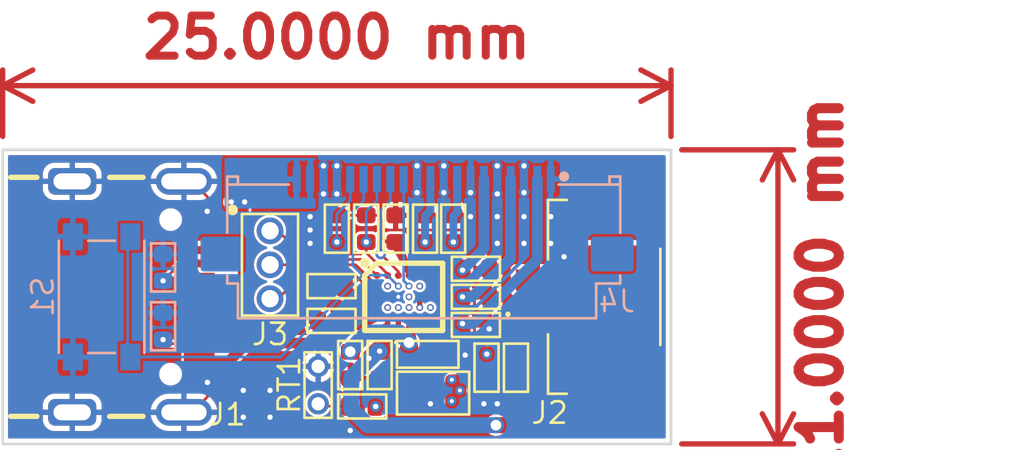
<source format=kicad_pcb>
(kicad_pcb (version 20221018) (generator pcbnew)
  (layers (0 "F.Cu" signal) (1 "In1.Cu" signal) (2 "In2.Cu" power) (31 "B.Cu" signal) (34 "B.Paste" user) (35 "F.Paste" user) (36 "B.SilkS" user "B.Silkscreen") (37 "F.SilkS" user "F.Silkscreen") (38 "B.Mask" user) (39 "F.Mask" user) (44 "Edge.Cuts" user))
  (net 0 "")
  (net 1 "GND")
  (net 4 "/CHGIN")
  (net 5 "/VL")
  (net 6 "/BST")
  (net 7 "/LXB")
  (net 8 "/BATT")
  (net 9 "/LXA")
  (net 10 "/V_SYS")
  (net 11 "/LDO1")
  (net 12 "/LDO0")
  (net 13 "/SSB1")
  (net 14 "/SSB0")
  (net 15 "/SSB2")
  (net 16 "/nRST")
  (net 17 "/VIO")
  (net 18 "/nIRQ")
  (net 19 "/THM")
  (net 20 "/TBIAS")
  (net 21 "/nEN")
  (net 22 "/GPIO1")
  (net 23 "/GPIO0")
  (net 24 "/AMUX")
  (net 25 "unconnected-(U1-GPIO2-PadC2)")
  (net 28 "/SDA")
  (net 29 "/SCL")
  (net 32 "Net-(J1-CC2)")
  (net 33 "Net-(J1-CC1)")
  (footprint "power:BGA30C40P6X5_279X234X50" (layer "F.Cu") (at 115 105)
    (fp_text reference "U1" hide)
    (fp_text value "MAX77654AENV+T" hide)
    (pad "A1" smd circle (at -1 -0.8) (size 0.26 0.26) (layers "F.Cu" "F.Paste" "F.Mask") (net 22 "/GPIO1") (clearance 0.1))
    (pad "A2" smd circle (at -0.6 -0.8) (size 0.26 0.26) (layers "F.Cu" "F.Paste" "F.Mask") (net 16 "/nRST") (clearance 0.1))
    (pad "A3" smd circle (at -0.2 -0.8) (size 0.26 0.26) (layers "F.Cu" "F.Paste" "F.Mask") (net 28 "/SDA") (clearance 0.1))
    (pad "A4" smd circle (at 0.2 -0.8) (size 0.26 0.26) (layers "F.Cu" "F.Paste" "F.Mask") (net 17 "/VIO") (clearance 0.1))
    (pad "A5" smd circle (at 0.6 -0.8) (size 0.26 0.26) (layers "F.Cu" "F.Paste" "F.Mask") (net 11 "/LDO1") (clearance 0.1))
    (pad "A6" smd circle (at 1 -0.8) (size 0.26 0.26) (layers "F.Cu" "F.Paste" "F.Mask") (net 14 "/SSB0") (clearance 0.1))
    (pad "B1" smd circle (at -1 -0.4) (size 0.26 0.26) (layers "F.Cu" "F.Paste" "F.Mask") (net 23 "/GPIO0") (clearance 0.1))
    (pad "B2" smd circle (at -0.6 -0.4) (size 0.26 0.26) (layers "F.Cu" "F.Paste" "F.Mask") (net 18 "/nIRQ") (clearance 0.1))
    (pad "B3" smd circle (at -0.2 -0.4) (size 0.26 0.26) (layers "F.Cu" "F.Paste" "F.Mask") (net 21 "/nEN") (clearance 0.1))
    (pad "B4" smd circle (at 0.2 -0.4) (size 0.26 0.26) (layers "F.Cu" "F.Paste" "F.Mask") (net 29 "/SCL") (clearance 0.1))
    (pad "B5" smd circle (at 0.6 -0.4) (size 0.26 0.26) (layers "F.Cu" "F.Paste" "F.Mask") (net 12 "/LDO0") (clearance 0.1))
    (pad "B6" smd circle (at 1 -0.4) (size 0.26 0.26) (layers "F.Cu" "F.Paste" "F.Mask") (net 14 "/SSB0") (clearance 0.1))
    (pad "C1" smd circle (at -1 0) (size 0.26 0.26) (layers "F.Cu" "F.Paste" "F.Mask") (net 24 "/AMUX") (clearance 0.1))
    (pad "C2" smd circle (at -0.6 0) (size 0.26 0.26) (layers "F.Cu" "F.Paste" "F.Mask") (net 25 "unconnected-(U1-GPIO2-PadC2)") (clearance 0.1))
    (pad "C3" smd circle (at -0.2 0) (size 0.26 0.26) (layers "F.Cu" "F.Paste" "F.Mask") (net 1 "GND") (clearance 0.1))
    (pad "C4" smd circle (at 0.2 0) (size 0.26 0.26) (layers "F.Cu" "F.Paste" "F.Mask") (net 13 "/SSB1") (clearance 0.1))
    (pad "C5" smd circle (at 0.6 0) (size 0.26 0.26) (layers "F.Cu" "F.Paste" "F.Mask") (net 7 "/LXB") (clearance 0.1))
    (pad "C6" smd circle (at 1 0) (size 0.26 0.26) (layers "F.Cu" "F.Paste" "F.Mask") (net 14 "/SSB0") (clearance 0.1))
    (pad "D1" smd circle (at -1 0.4) (size 0.26 0.26) (layers "F.Cu" "F.Paste" "F.Mask") (net 5 "/VL") (clearance 0.1))
    (pad "D2" smd circle (at -0.6 0.4) (size 0.26 0.26) (layers "F.Cu" "F.Paste" "F.Mask") (net 19 "/THM") (clearance 0.1))
    (pad "D3" smd circle (at -0.2 0.4) (size 0.26 0.26) (layers "F.Cu" "F.Paste" "F.Mask") (net 20 "/TBIAS") (clearance 0.1))
    (pad "D4" smd circle (at 0.2 0.4) (size 0.26 0.26) (layers "F.Cu" "F.Paste" "F.Mask") (net 15 "/SSB2") (clearance 0.1))
    (pad "D5" smd circle (at 0.6 0.4) (size 0.26 0.26) (layers "F.Cu" "F.Paste" "F.Mask") (net 7 "/LXB") (clearance 0.1))
    (pad "D6" smd circle (at 1 0.4) (size 0.26 0.26) (layers "F.Cu" "F.Paste" "F.Mask") (net 6 "/BST") (clearance 0.1))
    (pad "E1" smd circle (at -1 0.8) (size 0.26 0.26) (layers "F.Cu" "F.Paste" "F.Mask") (net 4 "/CHGIN") (clearance 0.1))
    (pad "E2" smd circle (at -0.6 0.8) (size 0.26 0.26) (layers "F.Cu" "F.Paste" "F.Mask") (net 10 "/V_SYS") (clearance 0.1))
    (pad "E3" smd circle (at -0.2 0.8) (size 0.26 0.26) (layers "F.Cu" "F.Paste" "F.Mask") (net 8 "/BATT") (clearance 0.1))
    (pad "E4" smd circle (at 0.2 0.8) (size 0.26 0.26) (layers "F.Cu" "F.Paste" "F.Mask") (net 10 "/V_SYS") (clearance 0.1))
    (pad "E5" smd circle (at 0.6 0.8) (size 0.26 0.26) (layers "F.Cu" "F.Paste" "F.Mask") (net 9 "/LXA") (clearance 0.1))
    (pad "E6" smd circle (at 1 0.8) (size 0.26 0.26) (layers "F.Cu" "F.Paste" "F.Mask") (net 1 "GND") (clearance 0.1))
  )
  (footprint "passive:C_0402" (layer "F.Cu") (at 119.2 107.65 -90)
    (fp_text reference "C10" hide)
    (fp_text value "22uF")
    (pad "1" smd roundrect (at -0.5 0 270) (size 0.6 0.7) (layers "F.Cu" "F.Paste" "F.Mask") (net 8 "/BATT"))
    (pad "2" smd roundrect (at 0.5 0 270) (size 0.6 0.7) (layers "F.Cu" "F.Paste" "F.Mask") (net 1 "GND"))
  )
  (footprint "passive:C_0603" (layer "F.Cu") (at 115.9 107.15)
    (fp_text reference "C4" hide)
    (fp_text value "22uF")
    (pad "1" smd roundrect (at -0.7 0) (size 0.7 0.8) (layers "F.Cu" "F.Paste" "F.Mask") (net 10 "/V_SYS"))
    (pad "2" smd roundrect (at 0.7 0) (size 0.7 0.8) (layers "F.Cu" "F.Paste" "F.Mask") (net 1 "GND"))
  )
  (footprint "passive:C_0402" (layer "F.Cu") (at 115.8 102.45 90)
    (fp_text reference "C7" hide)
    (fp_text value "1uF")
    (pad "1" smd roundrect (at -0.5 0 90) (size 0.6 0.7) (layers "F.Cu" "F.Paste" "F.Mask") (net 11 "/LDO1"))
    (pad "2" smd roundrect (at 0.5 0 90) (size 0.6 0.7) (layers "F.Cu" "F.Paste" "F.Mask") (net 1 "GND"))
  )
  (footprint "passive:C_0402" (layer "F.Cu") (at 117.7 106.05)
    (fp_text reference "C1" hide)
    (fp_text value "22uF")
    (pad "1" smd roundrect (at -0.5 0) (size 0.6 0.7) (layers "F.Cu" "F.Paste" "F.Mask") (net 15 "/SSB2"))
    (pad "2" smd roundrect (at 0.5 0) (size 0.6 0.7) (layers "F.Cu" "F.Paste" "F.Mask") (net 1 "GND"))
  )
  (footprint "passive:L_0806" (layer "F.Cu") (at 116.1 108.6 180)
    (fp_text reference "L1" hide)
    (fp_text value "DFE201612E-2R2M")
    (pad "1" smd roundrect (at 0.85 0 180) (size 0.8 1.4) (layers "F.Cu" "F.Paste" "F.Mask") (net 9 "/LXA"))
    (pad "2" smd roundrect (at -0.85 0 180) (size 0.8 1.4) (layers "F.Cu" "F.Paste" "F.Mask") (net 7 "/LXB"))
  )
  (footprint "passive:C_0402" (layer "F.Cu") (at 117.7 105)
    (fp_text reference "C2" hide)
    (fp_text value "22uF")
    (pad "1" smd roundrect (at -0.5 0) (size 0.6 0.7) (layers "F.Cu" "F.Paste" "F.Mask") (net 13 "/SSB1"))
    (pad "2" smd roundrect (at 0.5 0) (size 0.6 0.7) (layers "F.Cu" "F.Paste" "F.Mask") (net 1 "GND"))
  )
  (footprint "passive:C_0402" (layer "F.Cu") (at 116.85 102.45 90)
    (fp_text reference "C6" hide)
    (fp_text value "1uF")
    (pad "1" smd roundrect (at -0.5 0 90) (size 0.6 0.7) (layers "F.Cu" "F.Paste" "F.Mask") (net 12 "/LDO0"))
    (pad "2" smd roundrect (at 0.5 0 90) (size 0.6 0.7) (layers "F.Cu" "F.Paste" "F.Mask") (net 1 "GND"))
  )
  (footprint "connector:GCT_USB4105GFA060" (layer "F.Cu") (at 102.6 105 -90)
    (fp_text reference "J1" (at 4.4 -5.8) (layer "F.SilkS") (effects (font (size 0.8 0.8) (thickness 0.1))))
    (fp_text value "USB4105GFA060")
    (pad "" np_thru_hole circle (at -2.89 -3.68 270) (size 0.65 0.65) (drill 0.65) (layers "*.Cu" "*.Mask"))
    (pad "" np_thru_hole circle (at 2.89 -3.68 270) (size 0.65 0.65) (drill 0.65) (layers "*.Cu" "*.Mask"))
    (pad "A1_B12" smd rect (at -3.2 -4.755 270) (size 0.6 1.15) (layers "F.Cu" "F.Paste" "F.Mask") (net 1 "GND"))
    (pad "A4_B9" smd rect (at -2.4 -4.755 270) (size 0.6 1.15) (layers "F.Cu" "F.Paste" "F.Mask") (net 4 "/CHGIN"))
    (pad "A5" smd rect (at -1.25 -4.755 270) (size 0.3 1.15) (layers "F.Cu" "F.Paste" "F.Mask") (net 33 "Net-(J1-CC1)"))
    (pad "A6" smd rect (at -0.25 -4.755 270) (size 0.3 1.15) (layers "F.Cu" "F.Paste" "F.Mask"))
    (pad "A7" smd rect (at 0.25 -4.755 270) (size 0.3 1.15) (layers "F.Cu" "F.Paste" "F.Mask"))
    (pad "A8" smd rect (at 1.25 -4.755 270) (size 0.3 1.15) (layers "F.Cu" "F.Paste" "F.Mask"))
    (pad "B1_A12" smd rect (at 3.2 -4.755 270) (size 0.6 1.15) (layers "F.Cu" "F.Paste" "F.Mask") (net 1 "GND"))
    (pad "B4_A9" smd rect (at 2.4 -4.755 270) (size 0.6 1.15) (layers "F.Cu" "F.Paste" "F.Mask") (net 4 "/CHGIN"))
    (pad "B5" smd rect (at 1.75 -4.755 270) (size 0.3 1.15) (layers "F.Cu" "F.Paste" "F.Mask") (net 32 "Net-(J1-CC2)"))
    (pad "B6" smd rect (at 0.75 -4.755 270) (size 0.3 1.15) (layers "F.Cu" "F.Paste" "F.Mask"))
    (pad "B7" smd rect (at -0.75 -4.755 270) (size 0.3 1.15) (layers "F.Cu" "F.Paste" "F.Mask"))
    (pad "B8" smd rect (at -1.75 -4.755 270) (size 0.3 1.15) (layers "F.Cu" "F.Paste" "F.Mask"))
    (pad "SH1" thru_hole oval (at -4.32 -4.18 270) (size 1 2.1) (drill oval 0.6 1.7) (layers "*.Cu" "*.Mask") (net 1 "GND"))
    (pad "SH2" thru_hole oval (at 4.32 -4.18 270) (size 1 2.1) (drill oval 0.6 1.7) (layers "*.Cu" "*.Mask") (net 1 "GND"))
    (pad "SH3" thru_hole roundrect (at -4.32 0 270) (size 1 1.8) (drill oval 0.6 1.4) (layers "*.Cu" "*.Mask") (net 1 "GND"))
    (pad "SH4" thru_hole roundrect (at 4.32 0 270) (size 1 1.8) (drill oval 0.6 1.4) (layers "*.Cu" "*.Mask") (net 1 "GND"))
  )
  (footprint "passive:C_0402" (layer "F.Cu") (at 118.1 107.65 -90)
    (fp_text reference "C5" hide)
    (fp_text value "3300pF")
    (pad "1" smd roundrect (at -0.5 0 270) (size 0.6 0.7) (layers "F.Cu" "F.Paste" "F.Mask") (net 6 "/BST"))
    (pad "2" smd roundrect (at 0.5 0 270) (size 0.6 0.7) (layers "F.Cu" "F.Paste" "F.Mask") (net 7 "/LXB"))
  )
  (footprint "passive:R_0402" (layer "F.Cu") (at 113.6 102.45 90)
    (fp_text reference "R9" hide)
    (fp_text value "10K")
    (pad "1" smd roundrect (at -0.5 0 90) (size 0.6 0.7) (layers "F.Cu" "F.Paste" "F.Mask") (net 16 "/nRST"))
    (pad "2" smd roundrect (at 0.5 0 90) (size 0.6 0.7) (layers "F.Cu" "F.Paste" "F.Mask") (net 17 "/VIO"))
  )
  (footprint "connector:53261-0271" (layer "F.Cu") (at 122.3 105 -90)
    (fp_text reference "J2" (at 4.34 1.84 -180) (layer "F.SilkS") (effects (font (size 0.8 0.8) (thickness 0.1))))
    (fp_text value "53261-0271")
    (pad "1" smd rect (at 0.625 2.3 270) (size 0.8 1.6) (layers "F.Cu" "F.Paste" "F.Mask") (net 8 "/BATT"))
    (pad "2" smd rect (at -0.625 2.3 270) (size 0.8 1.6) (layers "F.Cu" "F.Paste" "F.Mask") (net 1 "GND"))
    (pad "MP1" smd rect (at 3.175 -0.6 270) (size 2.1 3) (layers "F.Cu" "F.Paste" "F.Mask") (net 1 "GND"))
    (pad "MP2" smd rect (at -3.175 -0.6 270) (size 2.1 3) (layers "F.Cu" "F.Paste" "F.Mask") (net 1 "GND"))
  )
  (footprint "connector:Header_THT_1.27_3P" (layer "F.Cu") (at 110 103.8 -90)
    (fp_text reference "J3" (at 2.6 0 unlocked) (layer "F.SilkS") (effects (font (size 0.8 0.8) (thickness 0.1))))
    (fp_text value "~" hide)
    (pad "1" thru_hole circle (at -1.27 0 270) (size 1 1) (drill 0.65) (layers "*.Cu" "*.Mask") (net 22 "/GPIO1"))
    (pad "2" thru_hole circle (at 0 0 270) (size 1 1) (drill 0.65) (layers "*.Cu" "*.Mask") (net 23 "/GPIO0"))
    (pad "3" thru_hole circle (at 1.27 0 270) (size 1 1) (drill 0.65) (layers "*.Cu" "*.Mask") (net 24 "/AMUX"))
  )
  (footprint "passive:C_0402" (layer "F.Cu") (at 112.3 105.9)
    (fp_text reference "C12" hide)
    (fp_text value "4.7uF")
    (pad "1" smd roundrect (at -0.5 0) (size 0.6 0.7) (layers "F.Cu" "F.Paste" "F.Mask") (net 1 "GND"))
    (pad "2" smd roundrect (at 0.5 0) (size 0.6 0.7) (layers "F.Cu" "F.Paste" "F.Mask") (net 4 "/CHGIN"))
  )
  (footprint "passive:R_0402" (layer "F.Cu") (at 113.45 109.1)
    (fp_text reference "R8" hide)
    (fp_text value "10K")
    (pad "1" smd roundrect (at -0.5 0) (size 0.6 0.7) (layers "F.Cu" "F.Paste" "F.Mask") (net 19 "/THM"))
    (pad "2" smd roundrect (at 0.5 0) (size 0.6 0.7) (layers "F.Cu" "F.Paste" "F.Mask") (net 20 "/TBIAS"))
  )
  (footprint "passive:C_0402" (layer "F.Cu") (at 114.7 102.45 90)
    (fp_text reference "C14" hide)
    (fp_text value "1uF")
    (pad "1" smd roundrect (at -0.5 0 90) (size 0.6 0.7) (layers "F.Cu" "F.Paste" "F.Mask") (net 17 "/VIO"))
    (pad "2" smd roundrect (at 0.5 0 90) (size 0.6 0.7) (layers "F.Cu" "F.Paste" "F.Mask") (net 1 "GND"))
  )
  (footprint "passive:C_0402" (layer "F.Cu") (at 117.7 103.95)
    (fp_text reference "C3" hide)
    (fp_text value "22uF")
    (pad "1" smd roundrect (at -0.5 0) (size 0.6 0.7) (layers "F.Cu" "F.Paste" "F.Mask") (net 14 "/SSB0"))
    (pad "2" smd roundrect (at 0.5 0) (size 0.6 0.7) (layers "F.Cu" "F.Paste" "F.Mask") (net 1 "GND"))
  )
  (footprint "passive:C_0402" (layer "F.Cu") (at 114.1 107.55 90)
    (fp_text reference "C9" hide)
    (fp_text value "4.7uF")
    (pad "1" smd roundrect (at -0.5 0 90) (size 0.6 0.7) (layers "F.Cu" "F.Paste" "F.Mask") (net 1 "GND"))
    (pad "2" smd roundrect (at 0.5 0 90) (size 0.6 0.7) (layers "F.Cu" "F.Paste" "F.Mask") (net 8 "/BATT"))
  )
  (footprint "passive:C_0402" (layer "F.Cu") (at 113 107.55 -90)
    (fp_text reference "C15" hide)
    (fp_text value "22uF")
    (pad "1" smd roundrect (at -0.5 0 270) (size 0.6 0.7) (layers "F.Cu" "F.Paste" "F.Mask") (net 10 "/V_SYS"))
    (pad "2" smd roundrect (at 0.5 0 270) (size 0.6 0.7) (layers "F.Cu" "F.Paste" "F.Mask") (net 1 "GND"))
  )
  (footprint "passive:C_0402" (layer "F.Cu") (at 112.3 104.6 180)
    (fp_text reference "C13" hide)
    (fp_text value "1uF")
    (pad "1" smd roundrect (at -0.5 0 180) (size 0.6 0.7) (layers "F.Cu" "F.Paste" "F.Mask") (net 5 "/VL"))
    (pad "2" smd roundrect (at 0.5 0 180) (size 0.6 0.7) (layers "F.Cu" "F.Paste" "F.Mask") (net 1 "GND"))
  )
  (footprint "passive:R_0402" (layer "F.Cu") (at 112.5 102.45 -90)
    (fp_text reference "R10" hide)
    (fp_text value "100K")
    (pad "1" smd roundrect (at -0.5 0 270) (size 0.6 0.7) (layers "F.Cu" "F.Paste" "F.Mask") (net 17 "/VIO"))
    (pad "2" smd roundrect (at 0.5 0 270) (size 0.6 0.7) (layers "F.Cu" "F.Paste" "F.Mask") (net 18 "/nIRQ"))
  )
  (footprint "passive:THT2" (layer "F.Cu") (at 111.8 108.3 90)
    (fp_text reference "RT1" (at 0 -1.08 90 unlocked) (layer "F.SilkS") (effects (font (size 0.8 0.8) (thickness 0.1))))
    (fp_text value "NTCLE413E2103H400")
    (pad "1" thru_hole circle (at -0.7 0 90) (size 0.8 0.8) (drill 0.5) (layers "*.Cu" "*.Mask") (net 19 "/THM"))
    (pad "2" thru_hole circle (at 0.7 0 90) (size 0.8 0.8) (drill 0.5) (layers "*.Cu" "*.Mask") (net 1 "GND"))
  )
  (footprint "connector:Connector_20PIN_5052782033" (layer "B.Cu") (at 115.5 103.1 180)
    (fp_text reference "J4" (at -7.47 -2.07 unlocked) (layer "B.SilkS") (effects (font (size 0.8 0.8) (thickness 0.1)) (justify mirror)))
    (fp_text value "~")
    (pad "1" smd roundrect (at -5 2.5 180) (size 0.3 1) (layers "B.Cu" "B.Paste" "B.Mask") (roundrect_rratio 0.1) (net 1 "GND"))
    (pad "2" smd roundrect (at -4.5 2.5 180) (size 0.3 1) (layers "B.Cu" "B.Paste" "B.Mask") (roundrect_rratio 0.1) (net 15 "/SSB2"))
    (pad "3" smd roundrect (at -4 2.5 180) (size 0.3 1) (layers "B.Cu" "B.Paste" "B.Mask") (roundrect_rratio 0.1) (net 1 "GND"))
    (pad "4" smd roundrect (at -3.5 2.5 180) (size 0.3 1) (layers "B.Cu" "B.Paste" "B.Mask") (roundrect_rratio 0.1) (net 13 "/SSB1"))
    (pad "5" smd roundrect (at -3 2.5 180) (size 0.3 1) (layers "B.Cu" "B.Paste" "B.Mask") (roundrect_rratio 0.1) (net 1 "GND"))
    (pad "6" smd roundrect (at -2.5 2.5 180) (size 0.3 1) (layers "B.Cu" "B.Paste" "B.Mask") (roundrect_rratio 0.1) (net 14 "/SSB0"))
    (pad "7" smd roundrect (at -2 2.5 180) (size 0.3 1) (layers "B.Cu" "B.Paste" "B.Mask") (roundrect_rratio 0.1) (net 1 "GND"))
    (pad "8" smd roundrect (at -1.5 2.5 180) (size 0.3 1) (layers "B.Cu" "B.Paste" "B.Mask") (roundrect_rratio 0.1) (net 12 "/LDO0"))
    (pad "9" smd roundrect (at -1 2.5 180) (size 0.3 1) (layers "B.Cu" "B.Paste" "B.Mask") (roundrect_rratio 0.1) (net 1 "GND"))
    (pad "10" smd roundrect (at -0.5 2.5 180) (size 0.3 1) (layers "B.Cu" "B.Paste" "B.Mask") (roundrect_rratio 0.1) (net 11 "/LDO1"))
    (pad "11" smd roundrect (at 0 2.5 180) (size 0.3 1) (layers "B.Cu" "B.Paste" "B.Mask") (roundrect_rratio 0.1) (net 1 "GND"))
    (pad "12" smd roundrect (at 0.5 2.5 180) (size 0.3 1) (layers "B.Cu" "B.Paste" "B.Mask") (roundrect_rratio 0.1) (net 29 "/SCL"))
    (pad "13" smd roundrect (at 1 2.5 180) (size 0.3 1) (layers "B.Cu" "B.Paste" "B.Mask") (roundrect_rratio 0.1) (net 28 "/SDA"))
    (pad "14" smd roundrect (at 1.5 2.5 180) (size 0.3 1) (layers "B.Cu" "B.Paste" "B.Mask") (roundrect_rratio 0.1) (net 16 "/nRST"))
    (pad "15" smd roundrect (at 2 2.5 180) (size 0.3 1) (layers "B.Cu" "B.Paste" "B.Mask") (roundrect_rratio 0.1) (net 21 "/nEN"))
    (pad "16" smd roundrect (at 2.5 2.5 180) (size 0.3 1) (layers "B.Cu" "B.Paste" "B.Mask") (roundrect_rratio 0.1) (net 18 "/nIRQ"))
    (pad "17" smd roundrect (at 3 2.5 180) (size 0.3 1) (layers "B.Cu" "B.Paste" "B.Mask") (roundrect_rratio 0.1) (net 1 "GND"))
    (pad "18" smd roundrect (at 3.5 2.5 180) (size 0.3 1) (layers "B.Cu" "B.Paste" "B.Mask") (roundrect_rratio 0.1) (net 1 "GND"))
    (pad "19" smd roundrect (at 4 2.5 180) (size 0.3 1) (layers "B.Cu" "B.Paste" "B.Mask") (roundrect_rratio 0.1) (net 4 "/CHGIN"))
    (pad "20" smd roundrect (at 4.5 2.5 180) (size 0.3 1) (layers "B.Cu" "B.Paste" "B.Mask") (roundrect_rratio 0.1) (net 4 "/CHGIN"))
    (pad "21" smd roundrect (at -7.3 -0.3 180) (size 1.6 1.3) (layers "B.Cu" "B.Paste" "B.Mask") (roundrect_rratio 0.1))
    (pad "22" smd roundrect (at 7.3 -0.3 180) (size 1.6 1.3) (layers "B.Cu" "B.Paste" "B.Mask") (roundrect_rratio 0.1))
  )
  (footprint "passive:R_0402" (layer "B.Cu") (at 106 106.1 -90)
    (fp_text reference "R4" hide)
    (fp_text value "5K")
    (pad "1" smd roundrect (at -0.5 0 270) (size 0.6 0.7) (layers "B.Cu" "B.Paste" "B.Mask") (net 1 "GND"))
    (pad "2" smd roundrect (at 0.5 0 270) (size 0.6 0.7) (layers "B.Cu" "B.Paste" "B.Mask") (net 32 "Net-(J1-CC2)"))
  )
  (footprint "connector:TL3365AF180QG" (layer "B.Cu") (at 103.7 105 90)
    (fp_text reference "S1" (at 0 -2.2 270) (layer "B.SilkS") (effects (font (size 0.8 0.8) (thickness 0.1)) (justify mirror)))
    (fp_text value "TL3365AF180QG")
    (pad "1" smd rect (at -2.25 -1.075) (size 0.75 1) (layers "B.Cu" "B.Paste" "B.Mask") (net 1 "GND"))
    (pad "2" smd rect (at 2.25 -1.075) (size 0.75 1) (layers "B.Cu" "B.Paste" "B.Mask") (net 1 "GND"))
    (pad "3" smd rect (at 2.25 1.075) (size 0.75 1) (layers "B.Cu" "B.Paste" "B.Mask") (net 21 "/nEN"))
    (pad "4" smd rect (at -2.25 1.075) (size 0.75 1) (layers "B.Cu" "B.Paste" "B.Mask") (net 21 "/nEN"))
  )
  (footprint "passive:R_0402" (layer "B.Cu") (at 106 103.9 -90)
    (fp_text reference "R5" hide)
    (fp_text value "5K")
    (pad "1" smd roundrect (at -0.5 0 270) (size 0.6 0.7) (layers "B.Cu" "B.Paste" "B.Mask") (net 1 "GND"))
    (pad "2" smd roundrect (at 0.5 0 270) (size 0.6 0.7) (layers "B.Cu" "B.Paste" "B.Mask") (net 33 "Net-(J1-CC1)"))
  )
  (gr_rect (start 100 99.5) (end 125 110.5) (stroke (width 0.1)) (fill none) (layer "Edge.Cuts"))
  (dimension (type aligned) (layer "F.Cu") (pts (xy 100 99.5) (xy 125 99.5)) (height -2.4) (gr_text "25.0000 mm" (at 112.5 95.3) (layer "F.Cu") (effects (font (size 1.5 1.5) (thickness 0.3)))) (format (prefix "") (suffix "") (units 3) (units_format 1) (precision 4)) (style (thickness 0.2) (arrow_length 1.27) (text_position_mode 0) (extension_height 0.58642) (extension_offset 0.5) keep_text_aligned))
  (dimension (type aligned) (layer "F.Cu") (pts (xy 124.9 110.5) (xy 124.9 99.5)) (height 4.1) (gr_text "11.0000 mm" (at 130.6 104.8 90) (layer "F.Cu") (effects (font (size 1.5 1.5) (thickness 0.7)))) (format (prefix "") (suffix "") (units 3) (units_format 1) (precision 4)) (style (thickness 0.2) (arrow_length 1.27) (text_position_mode 2) (extension_height 0.58642) (extension_offset 0.5) keep_text_aligned))
  (segment (start 107.65 101.8) (end 107.655 101.255) (width 0.1) (layer "F.Cu") (net 1))
  (segment (start 107.655 108.745) (end 107.08 109.32) (width 0.1) (layer "F.Cu") (net 1))
  (segment (start 107.655 101.255) (end 107.08 100.68) (width 0.1) (layer "F.Cu") (net 1))
  (segment (start 107.66 108.2) (end 107.655 108.745) (width 0.1) (layer "F.Cu") (net 1))
  (segment (start 114.8 105.005) (end 114.8 105) (width 0.2) (layer "F.Cu") (net 1))
  (segment (start 107.655 108.2) (end 107.66 108.2) (width 0.1) (layer "F.Cu") (net 1))
  (segment (start 107.655 101.8) (end 107.65 101.8) (width 0.1) (layer "F.Cu") (net 1))
  (via (at 111.5 103) (size 0.4) (drill 0.2) (layers "F.Cu" "B.Cu") (net 1))
  (via (at 109 109.5) (size 0.4) (drill 0.2) (layers "F.Cu" "B.Cu") (net 1))
  (via (at 118.2 106.2) (size 0.4) (drill 0.2) (layers "F.Cu" "B.Cu") (net 1))
  (via (at 112 101.15) (size 0.4) (drill 0.2) (layers "F.Cu" "B.Cu") (net 1))
  (via (at 116 109) (size 0.4) (drill 0.2) (layers "F.Cu" "B.Cu") (net 1))
  (via (at 111.5 102) (size 0.4) (drill 0.2) (layers "F.Cu" "B.Cu") (net 1))
  (via (at 118.5 103) (size 0.4) (drill 0.2) (layers "F.Cu" "B.Cu") (net 1))
  (via (at 120.5 102) (size 0.4) (drill 0.2) (layers "F.Cu" "B.Cu") (net 1))
  (via (at 118 109) (size 0.4) (drill 0.2) (layers "F.Cu" "B.Cu") (net 1))
  (via (at 112.5 101.15) (size 0.4) (drill 0.2) (layers "F.Cu" "B.Cu") (net 1))
  (via (at 117.5 101.1) (size 0.4) (drill 0.2) (layers "F.Cu" "B.Cu") (net 1))
  (via (at 118.5 101.15) (size 0.4) (drill 0.2) (layers "F.Cu" "B.Cu") (net 1))
  (via (at 111.5 102.5) (size 0.4) (drill 0.2) (layers "F.Cu" "B.Cu") (net 1))
  (via (at 118.5 109) (size 0.4) (drill 0.2) (layers "F.Cu" "B.Cu") (net 1))
  (via (at 120.5 103) (size 0.4) (drill 0.2) (layers "F.Cu" "B.Cu") (net 1))
  (via (at 109 108.5) (size 0.4) (drill 0.2) (layers "F.Cu" "B.Cu") (net 1))
  (via (at 107.66 108.2) (size 0.4) (drill 0.2) (layers "F.Cu" "B.Cu") (net 1))
  (via (at 107.65 101.8) (size 0.4) (drill 0.2) (layers "F.Cu" "B.Cu") (net 1))
  (via (at 119.5 102) (size 0.4) (drill 0.2) (layers "F.Cu" "B.Cu") (net 1))
  (via (at 118.5 102) (size 0.4) (drill 0.2) (layers "F.Cu" "B.Cu") (net 1))
  (via (at 116.5 100.1) (size 0.4) (drill 0.2) (layers "F.Cu" "B.Cu") (net 1))
  (via (at 112 100.1) (size 0.4) (drill 0.2) (layers "F.Cu" "B.Cu") (net 1))
  (via (at 121 103.5) (size 0.4) (drill 0.2) (layers "F.Cu" "B.Cu") (net 1))
  (via (at 115.5 101.1) (size 0.4) (drill 0.2) (layers "F.Cu" "B.Cu") (net 1))
  (via (at 117.5 102) (size 0.4) (drill 0.2) (layers "F.Cu" "B.Cu") (net 1))
  (via (at 110 109.5) (size 0.4) (drill 0.2) (layers "F.Cu" "B.Cu") (net 1))
  (via (at 113 110) (size 0.4) (drill 0.2) (layers "F.Cu" "B.Cu") (net 1))
  (via (at 115.5 100.1) (size 0.4) (drill 0.2) (layers "F.Cu" "B.Cu") (net 1))
  (via (at 119.5 101.1) (size 0.4) (drill 0.2) (layers "F.Cu" "B.Cu") (net 1))
  (via (at 112.5 100.1) (size 0.4) (drill 0.2) (layers "F.Cu" "B.Cu") (net 1))
  (via (at 118.5 100.1) (size 0.4) (drill 0.2) (layers "F.Cu" "B.Cu") (net 1))
  (via (at 114.8 105) (size 0.25) (drill 0.15) (layers "F.Cu" "B.Cu") (net 1))
  (via (at 116.5 101.1) (size 0.4) (drill 0.2) (layers "F.Cu" "B.Cu") (net 1))
  (via (at 119.5 103) (size 0.4) (drill 0.2) (layers "F.Cu" "B.Cu") (net 1))
  (via (at 110 108.5) (size 0.4) (drill 0.2) (layers "F.Cu" "B.Cu") (net 1))
  (via (at 119.5 100.1) (size 0.4) (drill 0.2) (layers "F.Cu" "B.Cu") (net 1))
  (via (at 117.3 107.18) (size 0.4) (drill 0.2) (layers "F.Cu" "B.Cu") (net 1))
  (segment (start 112.8 106.21) (end 112.28 106.73) (width 0.4) (layer "F.Cu") (net 4))
  (segment (start 109 102.8) (end 108.8 102.6) (width 0.4) (layer "F.Cu") (net 4))
  (segment (start 109.05 101.45) (end 109 101.5) (width 0.4) (layer "F.Cu") (net 4))
  (segment (start 108.8 101.7) (end 108.8 102.6) (width 0.4) (layer "F.Cu") (net 4))
  (segment (start 108.47 107.4) (end 109 106.87) (width 0.4) (layer "F.Cu") (net 4))
  (segment (start 109.785 106.73) (end 109 105.945) (width 0.4) (layer "F.Cu") (net 4))
  (segment (start 108.55 101.45) (end 108.8 101.7) (width 0.4) (layer "F.Cu") (net 4))
  (segment (start 109 101.5) (end 109 102.8) (width 0.4) (layer "F.Cu") (net 4))
  (segment (start 109 105.945) (end 109 102.8) (width 0.4) (layer "F.Cu") (net 4))
  (segment (start 107.655 107.4) (end 108.47 107.4) (width 0.4) (layer "F.Cu") (net 4))
  (segment (start 108.8 102.6) (end 107.655 102.6) (width 0.4) (layer "F.Cu") (net 4))
  (segment (start 112.8 105.9) (end 112.8 106.21) (width 0.4) (layer "F.Cu") (net 4))
  (segment (start 112.28 106.73) (end 109.785 106.73) (width 0.4) (layer "F.Cu") (net 4))
  (segment (start 109 106.87) (end 109 105.945) (width 0.4) (layer "F.Cu") (net 4))
  (via (at 109.05 101.45) (size 0.4) (drill 0.2) (layers "F.Cu" "B.Cu") (net 4))
  (via (at 108.55 101.45) (size 0.4) (drill 0.2) (layers "F.Cu" "B.Cu") (net 4))
  (segment (start 114 105.4) (end 113.66 105.4) (width 0.2) (layer "F.Cu") (net 5))
  (segment (start 113.66 105.4) (end 113.45 105.19) (width 0.2) (layer "F.Cu") (net 5))
  (via (at 116 105.4) (size 0.25) (drill 0.15) (layers "F.Cu" "B.Cu") (net 6))
  (via (at 118.11 107.14) (size 0.4) (drill 0.2) (layers "F.Cu" "B.Cu") (net 6))
  (segment (start 116.8 108.1) (end 117.1 108.5) (width 0.2) (layer "F.Cu") (net 7))
  (segment (start 115.6 105) (end 115.599503 105) (width 0.2) (layer "F.Cu") (net 7))
  (segment (start 118.1 108.1) (end 116.95 108.1) (width 0.2) (layer "F.Cu") (net 7))
  (segment (start 117.1 108.5) (end 116.95 108.5) (width 0.2) (layer "F.Cu") (net 7))
  (segment (start 115.6 105) (end 115.6 105.4) (width 0.2) (layer "F.Cu") (net 7))
  (segment (start 116.95 108.1) (end 116.8 108.1) (width 0.2) (layer "F.Cu") (net 7))
  (via (at 117.1 108.5) (size 0.35) (drill 0.15) (layers "F.Cu" "B.Cu") (net 7))
  (via (at 116.8 108.1) (size 0.35) (drill 0.15) (layers "F.Cu" "B.Cu") (net 7))
  (via (at 116.8 108.9) (size 0.35) (drill 0.15) (layers "F.Cu" "B.Cu") (net 7))
  (via (at 115.6 105.4) (size 0.25) (drill 0.15) (layers "F.Cu" "B.Cu") (net 7))
  (segment (start 119.95 107.1) (end 119.95 108.85) (width 0.6) (layer "F.Cu") (net 8))
  (segment (start 113.75 107.25) (end 113.75 107.3) (width 0.6) (layer "F.Cu") (net 8))
  (segment (start 119.6 106.75) (end 119.2 107.15) (width 0.6) (layer "F.Cu") (net 8))
  (segment (start 119.85 108.95) (end 119 109.8) (width 0.6) (layer "F.Cu") (net 8))
  (segment (start 114.1 107.03) (end 114.12 107.03) (width 0.6) (layer "F.Cu") (net 8))
  (segment (start 114.8 105.8) (end 114.8 106.06) (width 0.2) (layer "F.Cu") (net 8))
  (segment (start 119 109.8) (end 118.45 109.8) (width 0.6) (layer "F.Cu") (net 8))
  (segment (start 114.12 107.03) (end 114.1 107.05) (width 0.6) (layer "F.Cu") (net 8))
  (segment (start 114.1 107.03) (end 113.97 107.03) (width 0.6) (layer "F.Cu") (net 8))
  (segment (start 119.6 106.75) (end 119.95 107.1) (width 0.6) (layer "F.Cu") (net 8))
  (segment (start 119.95 108.85) (end 119.85 108.95) (width 0.6) (layer "F.Cu") (net 8))
  (segment (start 113.97 107.03) (end 113.75 107.25) (width 0.6) (layer "F.Cu") (net 8))
  (segment (start 114.1 107.05) (end 114.1 107.03) (width 0.6) (layer "F.Cu") (net 8))
  (segment (start 119.6 105.625) (end 119.6 106.75) (width 0.6) (layer "F.Cu") (net 8))
  (via (at 118.45 109.8) (size 0.6) (drill 0.4) (layers "F.Cu" "B.Cu") (net 8))
  (via (at 113.7 107.3) (size 0.4) (drill 0.2) (layers "F.Cu" "B.Cu") (net 8))
  (via (at 114.1 107.03) (size 0.4) (drill 0.2) (layers "F.Cu" "B.Cu") (net 8))
  (segment (start 113.04 109.19) (end 113.65 109.8) (width 0.6) (layer "B.Cu") (net 8))
  (segment (start 113.04 108.02) (end 113.04 109.19) (width 0.6) (layer "B.Cu") (net 8))
  (segment (start 113.65 109.8) (end 117 109.8) (width 0.6) (layer "B.Cu") (net 8))
  (segment (start 117 109.8) (end 118.45 109.8) (width 0.6) (layer "B.Cu") (net 8))
  (segment (start 114.1 107.03) (end 114.03 107.03) (width 0.6) (layer "B.Cu") (net 8))
  (segment (start 114.03 107.03) (end 113.77 107.29) (width 0.6) (layer "B.Cu") (net 8))
  (segment (start 113.77 107.29) (end 113.04 108.02) (width 0.6) (layer "B.Cu") (net 8))
  (segment (start 115.6 105.8) (end 115.68 105.88) (width 0.2) (layer "F.Cu") (net 9))
  (segment (start 115.2 106.3195) (end 115.2 106.12) (width 0.2) (layer "F.Cu") (net 10))
  (segment (start 115.2 106.71) (end 115.2 106.3195) (width 0.2) (layer "F.Cu") (net 10))
  (segment (start 115.2 106.71) (end 115.2 107.15) (width 0.2) (layer "F.Cu") (net 10))
  (segment (start 114.4 106.02) (end 114.4 105.8) (width 0.2) (layer "F.Cu") (net 10))
  (segment (start 115.2 105.8) (end 115.2 106.3195) (width 0.2) (layer "F.Cu") (net 10))
  (via (at 115.2 106.71) (size 0.6) (drill 0.4) (layers "F.Cu" "B.Cu") (net 10))
  (via (at 113 107.05) (size 0.6) (drill 0.4) (layers "F.Cu" "B.Cu") (net 10))
  (segment (start 113 107.05) (end 113 106.99) (width 0.6) (layer "B.Cu") (net 10))
  (segment (start 114.82 106.33) (end 115.2 106.71) (width 0.6) (layer "B.Cu") (net 10))
  (segment (start 113 106.99) (end 113.66 106.33) (width 0.6) (layer "B.Cu") (net 10))
  (segment (start 113.66 106.33) (end 114.82 106.33) (width 0.6) (layer "B.Cu") (net 10))
  (via (at 115.8 102.95) (size 0.4) (drill 0.2) (layers "F.Cu" "B.Cu") (net 11))
  (segment (start 115.8 101.97) (end 115.8 102.95) (width 0.3) (layer "B.Cu") (net 11))
  (segment (start 115.8 101.97) (end 116 101.77) (width 0.3) (layer "B.Cu") (net 11))
  (segment (start 116 101.77) (end 116 100.6) (width 0.3) (layer "B.Cu") (net 11))
  (via (at 116.86 102.95) (size 0.4) (drill 0.2) (layers "F.Cu" "B.Cu") (net 12))
  (via (at 115.6 104.6) (size 0.25) (drill 0.15) (layers "F.Cu" "B.Cu") (net 12))
  (segment (start 116.86 101.98) (end 117 101.84) (width 0.3) (layer "B.Cu") (net 12))
  (segment (start 116.86 102.95) (end 116.86 101.98) (width 0.3) (layer "B.Cu") (net 12))
  (segment (start 117 101.84) (end 117 100.6) (width 0.3) (layer "B.Cu") (net 12))
  (via (at 117.2 105) (size 0.4) (drill 0.2) (layers "F.Cu" "B.Cu") (net 13))
  (via (at 115.2 105) (size 0.25) (drill 0.15) (layers "F.Cu" "B.Cu") (net 13))
  (segment (start 117.2 105) (end 117.56 105) (width 0.4) (layer "B.Cu") (net 13))
  (segment (start 117.56 105) (end 119 103.56) (width 0.4) (layer "B.Cu") (net 13))
  (segment (start 119 103.56) (end 119 100.6) (width 0.4) (layer "B.Cu") (net 13))
  (segment (start 117.2 104) (end 117 104) (width 0.2) (layer "F.Cu") (net 14))
  (via (at 117.2 104) (size 0.4) (drill 0.2) (layers "F.Cu" "B.Cu") (net 14))
  (segment (start 118 103.2) (end 118 100.6) (width 0.4) (layer "B.Cu") (net 14))
  (segment (start 117.2 104) (end 118 103.2) (width 0.4) (layer "B.Cu") (net 14))
  (via (at 115.2 105.4) (size 0.25) (drill 0.15) (layers "F.Cu" "B.Cu") (net 15))
  (via (at 117.2 106) (size 0.4) (drill 0.2) (layers "F.Cu" "B.Cu") (net 15))
  (segment (start 120 103.6) (end 120 100.6) (width 0.4) (layer "B.Cu") (net 15))
  (segment (start 117.6 106) (end 120 103.6) (width 0.4) (layer "B.Cu") (net 15))
  (segment (start 117.2 106) (end 117.6 106) (width 0.4) (layer "B.Cu") (net 15))
  (segment (start 114.4 104.2) (end 114.4 104.15) (width 0.1) (layer "F.Cu") (net 16))
  (segment (start 114.4 104.15) (end 113.6 103.35) (width 0.1) (layer "F.Cu") (net 16))
  (segment (start 113.6 103.35) (end 113.6 102.95) (width 0.1) (layer "F.Cu") (net 16))
  (via (at 113.6 102.95) (size 0.4) (drill 0.2) (layers "F.Cu" "B.Cu") (net 16))
  (segment (start 113.5 102.85) (end 113.6 102.95) (width 0.1) (layer "B.Cu") (net 16))
  (segment (start 114 101.4) (end 113.6 101.8) (width 0.1) (layer "B.Cu") (net 16))
  (segment (start 114 100.6) (end 114 101.4) (width 0.1) (layer "B.Cu") (net 16))
  (segment (start 113.6 101.8) (end 113.6 102.95) (width 0.1) (layer "B.Cu") (net 16))
  (segment (start 114 101.95) (end 113.6 101.95) (width 0.1) (layer "F.Cu") (net 17))
  (segment (start 114.7 102.95) (end 114.35 102.95) (width 0.1) (layer "F.Cu") (net 17))
  (segment (start 114.15 102.1) (end 114 101.95) (width 0.1) (layer "F.Cu") (net 17))
  (segment (start 113.6 101.95) (end 112.5 101.95) (width 0.1) (layer "F.Cu") (net 17))
  (segment (start 114.35 102.95) (end 114.15 102.75) (width 0.1) (layer "F.Cu") (net 17))
  (segment (start 114.15 102.75) (end 114.15 102.1) (width 0.1) (layer "F.Cu") (net 17))
  (segment (start 114.4 104.6) (end 114.4 104.59) (width 0.1) (layer "F.Cu") (net 18))
  (via (at 114.4 104.6) (size 0.25) (drill 0.15) (layers "F.Cu" "B.Cu") (net 18))
  (via (at 112.5 102.95) (size 0.4) (drill 0.2) (layers "F.Cu" "B.Cu") (net 18))
  (segment (start 112.5 102.95) (end 112.5 101.9) (width 0.1) (layer "B.Cu") (net 18))
  (segment (start 112.5 101.9) (end 113 101.4) (width 0.1) (layer "B.Cu") (net 18))
  (segment (start 113 101.4) (end 113 100.6) (width 0.1) (layer "B.Cu") (net 18))
  (segment (start 111.89 109.09) (end 111.8 109) (width 0.1) (layer "F.Cu") (net 19))
  (segment (start 112.94 109.09) (end 111.89 109.09) (width 0.1) (layer "F.Cu") (net 19))
  (via (at 114.4 105.4) (size 0.25) (drill 0.15) (layers "F.Cu" "B.Cu") (net 19))
  (segment (start 114.8 105.4) (end 114.8 105.399503) (width 0.1) (layer "F.Cu") (net 20))
  (via (at 114.8 105.4) (size 0.25) (drill 0.15) (layers "F.Cu" "B.Cu") (net 20))
  (via (at 113.95 109.1) (size 0.4) (drill 0.2) (layers "F.Cu" "B.Cu") (net 20))
  (via (at 114.8 104.6) (size 0.25) (drill 0.15) (layers "F.Cu" "B.Cu") (net 21))
  (segment (start 113.46 104.19) (end 114.39 104.19) (width 0.1) (layer "B.Cu") (net 21))
  (segment (start 113.5 101.4) (end 113.1 101.8) (width 0.1) (layer "B.Cu") (net 21))
  (segment (start 114.39 104.19) (end 114.8 104.6) (width 0.1) (layer "B.Cu") (net 21))
  (segment (start 104.675 102.75) (end 104.675 107.25) (width 0.1) (layer "B.Cu") (net 21))
  (segment (start 113.5 100.6) (end 113.5 101.4) (width 0.1) (layer "B.Cu") (net 21))
  (segment (start 104.675 107.25) (end 110.4 107.25) (width 0.1) (layer "B.Cu") (net 21))
  (segment (start 113.1 103.83) (end 113.46 104.19) (width 0.1) (layer "B.Cu") (net 21))
  (segment (start 113.46 104.19) (end 110.4 107.25) (width 0.1) (layer "B.Cu") (net 21))
  (segment (start 113.1 101.8) (end 113.1 103.83) (width 0.1) (layer "B.Cu") (net 21))
  (segment (start 113.4 103.6) (end 111.37 103.6) (width 0.1) (layer "F.Cu") (net 22))
  (segment (start 111.37 103.6) (end 110.3 102.53) (width 0.1) (layer "F.Cu") (net 22))
  (segment (start 114 104.2) (end 113.4 103.6) (width 0.1) (layer "F.Cu") (net 22))
  (segment (start 113.20402 103.8) (end 110.3 103.8) (width 0.1) (layer "F.Cu") (net 23))
  (segment (start 114 104.59598) (end 113.20402 103.8) (width 0.1) (layer "F.Cu") (net 23))
  (segment (start 114 104.6) (end 114 104.59598) (width 0.1) (layer "F.Cu") (net 23))
  (segment (start 113.977158 105) (end 114 105) (width 0.1) (layer "F.Cu") (net 24))
  (segment (start 114 105) (end 113 104) (width 0.1) (layer "F.Cu") (net 24))
  (segment (start 113 104) (end 111.37 104) (width 0.1) (layer "F.Cu") (net 24))
  (segment (start 111.37 104) (end 110.3 105.07) (width 0.1) (layer "F.Cu") (net 24))
  (segment (start 114.41 105) (end 114.4 105) (width 0.1) (layer "F.Cu") (net 25))
  (segment (start 114.8 104.055436) (end 114.8 104.2) (width 0.1) (layer "F.Cu") (net 28))
  (segment (start 114.14103 103.396466) (end 114.8 104.055436) (width 0.1) (layer "F.Cu") (net 28))
  (via (at 114.14103 103.396466) (size 0.4) (drill 0.2) (layers "F.Cu" "B.Cu") (net 28))
  (segment (start 114.5 101.4) (end 114.14103 101.75897) (width 0.1) (layer "B.Cu") (net 28))
  (segment (start 114.14103 101.75897) (end 114.14103 103.396466) (width 0.1) (layer "B.Cu") (net 28))
  (segment (start 114.5 100.6) (end 114.5 101.4) (width 0.1) (layer "B.Cu") (net 28))
  (segment (start 115.2 104.6) (end 115.2 104.600002) (width 0.1) (layer "F.Cu") (net 29))
  (segment (start 115.2 104.600002) (end 115.199502 104.6005) (width 0.1) (layer "F.Cu") (net 29))
  (via (at 115.2 104.6) (size 0.25) (drill 0.15) (layers "F.Cu" "B.Cu") (net 29))
  (segment (start 115 104.4) (end 115.2 104.6) (width 0.1) (layer "B.Cu") (net 29))
  (segment (start 115 100.6) (end 115 104.4) (width 0.1) (layer "B.Cu") (net 29))
  (segment (start 106.15 106.75) (end 107.355 106.75) (width 0.1) (layer "F.Cu") (net 32))
  (segment (start 106 106.6) (end 106.15 106.75) (width 0.1) (layer "F.Cu") (net 32))
  (via (at 106 106.6) (size 0.4) (drill 0.2) (layers "F.Cu" "B.Cu") (net 32))
  (segment (start 106 104.4) (end 106.65 103.75) (width 0.1) (layer "F.Cu") (net 33))
  (segment (start 106.65 103.75) (end 107.355 103.75) (width 0.1) (layer "F.Cu") (net 33))
  (via (at 106 104.4) (size 0.4) (drill 0.2) (layers "F.Cu" "B.Cu") (net 33))
  (zone (net 10) (net_name "/V_SYS") (layer "F.Cu") (priority 1) (connect_pads yes (clearance 0.1)) (min_thickness 0.1) (fill yes (thermal_gap 0.5) (thermal_bridge_width 0.5) (island_removal_mode 1) (island_area_min 10))
    (polygon (pts (xy 115.2 106.01) (xy 115 106.22) (xy 114.85 106.91) (xy 115.55 106.91) (xy 115.41 106.22)))
  )
  (zone (net 10) (net_name "/V_SYS") (layer "F.Cu") (priority 1) (connect_pads yes (clearance 0.1)) (min_thickness 0.1) (fill yes (thermal_gap 0.5) (thermal_bridge_width 0.5) (island_removal_mode 1) (island_area_min 10))
    (polygon (pts (xy 114.3 105.98) (xy 113 106.75) (xy 113 107.35) (xy 113.35 107.35) (xy 113.52 106.72) (xy 114.5 106.16) (xy 114.5 105.98)))
  )
  (zone (net 8) (net_name "/BATT") (layer "F.Cu") (priority 6) (connect_pads yes (clearance 0.1)) (min_thickness 0.1) (fill yes (thermal_gap 0.5) (thermal_bridge_width 0.5) (island_removal_mode 1) (island_area_min 10))
    (polygon (pts (xy 114.9 106.01) (xy 114.9 106.14) (xy 114.8 106.24) (xy 114.72 106.22) (xy 114.78 106.03)))
  )
  (zone (net 14) (net_name "/SSB0") (layer "F.Cu") (priority 1) (connect_pads yes (clearance 0.1)) (min_thickness 0.1) (fill yes (thermal_gap 0.5) (thermal_bridge_width 0.5))
    (polygon (pts (xy 115.88 104.08) (xy 115.88 105.12) (xy 116.34 105.12) (xy 116.66 104.51) (xy 116.8 104.4) (xy 117.03 104.3) (xy 117.09 104.3) (xy 117.09 103.6) (xy 116.9 103.6) (xy 116.34 104.08)))
  )
  (zone (net 17) (net_name "/VIO") (layer "F.Cu") (priority 1) (connect_pads yes (clearance 0.1)) (min_thickness 0.1) (fill yes (thermal_gap 0.5) (thermal_bridge_width 0.5) (island_removal_mode 1) (island_area_min 10))
    (polygon (pts (xy 115.22 104.31) (xy 115.25 104.3) (xy 115.28 104.28) (xy 115.3 104.25) (xy 115.31 104.21) (xy 115.31 104.17) (xy 115.05 103.25) (xy 115.05 103.11) (xy 114.62 103.11) (xy 114.62 103.25) (xy 115.03 104) (xy 115.09 104.14) (xy 115.09 104.23) (xy 115.11 104.27) (xy 115.14 104.3) (xy 115.18 104.31)))
  )
  (zone (net 11) (net_name "/LDO1") (layer "F.Cu") (priority 1) (connect_pads yes (clearance 0.1)) (min_thickness 0.1) (fill yes (thermal_gap 0.5) (thermal_bridge_width 0.5) (island_removal_mode 1) (island_area_min 10))
    (polygon (pts (xy 115.6 104.32) (xy 115.67 104.29) (xy 115.7 104.25) (xy 115.71 104.21) (xy 115.71 104.06) (xy 116.15 103.25) (xy 116.15 103.09) (xy 115.45 103.09) (xy 115.45 103.25) (xy 115.49 104.05) (xy 115.49 104.21) (xy 115.5 104.25) (xy 115.53 104.29)))
  )
  (zone (net 5) (net_name "/VL") (layer "F.Cu") (priority 1) (connect_pads yes (clearance 0.1)) (min_thickness 0.1) (fill yes (thermal_gap 0.5) (thermal_bridge_width 0.5) (island_removal_mode 1) (island_area_min 10))
    (polygon (pts (xy 112.5 104.78) (xy 112.5 104.95) (xy 113.42 105.3) (xy 113.7 105.3) (xy 113.09 104.68) (xy 112.5 104.68)))
  )
  (zone (net 4) (net_name "/CHGIN") (layer "F.Cu") (priority 1) (connect_pads yes (clearance 0.1)) (min_thickness 0.1) (fill yes (thermal_gap 0.5) (thermal_bridge_width 0.5) (island_removal_mode 1) (island_area_min 10))
    (polygon (pts (xy 113.36 106.25) (xy 114.07 105.89) (xy 114.11 105.84) (xy 114.11 105.75) (xy 114.07 105.71) (xy 114.02 105.69) (xy 113.96 105.69) (xy 113 105.55) (xy 112.5 105.55) (xy 112.5 106.25)))
  )
  (zone (net 8) (net_name "/BATT") (layer "F.Cu") (priority 1) (connect_pads yes (clearance 0.1)) (min_thickness 0.1) (fill yes (thermal_gap 0.5) (thermal_bridge_width 0.5) (island_removal_mode 1) (island_area_min 10))
    (polygon (pts (xy 114.9 106.01) (xy 114.4 107.35) (xy 113.8 107.35) (xy 113.8 106.76) (xy 114.64 106.24) (xy 114.7 106.01)))
  )
  (zone (net 9) (net_name "/LXA") (layer "F.Cu") (priority 1) (connect_pads yes (clearance 0.1)) (min_thickness 0.1) (fill yes (thermal_gap 0.5) (thermal_bridge_width 0.5))
    (polygon (pts (xy 115.76 105.82) (xy 116.05 106.26) (xy 116.05 107.4) (xy 115.65 108.09) (xy 114.85 108.09) (xy 114.85 107.75) (xy 115.4 107.75) (xy 115.67 107.57) (xy 115.75 107.4) (xy 115.75 106.26) (xy 115.6 105.94)))
  )
  (zone (net 1) (net_name "GND") (layers "F.Cu" "In1.Cu" "In2.Cu" "B.Cu") (connect_pads (clearance 0.1)) (min_thickness 0.1) (fill yes (thermal_gap 0.2) (thermal_bridge_width 0.2))
    (polygon (pts (xy 100.1 99.6) (xy 100.1 110.4) (xy 124.9 110.4) (xy 124.9 99.6)))
  )
  (zone (net 0) (net_name "") (layer "B.Cu") (connect_pads (clearance 0)) (min_thickness 0.1)
    (keepout (tracks allowed) (vias allowed) (pads allowed) (copperpour not_allowed) (footprints allowed))
    (fill (thermal_gap 0.2) (thermal_bridge_width 0.22))
    (polygon (pts (xy 112.15 100.35) (xy 112.15 100.8) (xy 112.35 100.8) (xy 112.35 100.35)))
  )
  (zone (net 4) (net_name "/CHGIN") (layer "B.Cu") (priority 2) (connect_pads (clearance 0.1)) (min_thickness 0.1) (fill yes (thermal_gap 0.2) (thermal_bridge_width 0.22))
    (polygon (pts (xy 108.3 99.8) (xy 108.3 101.7) (xy 111.7 101.7) (xy 111.7 99.8)))
  )
  (zone (net 0) (net_name "") (layer "B.Cu") (connect_pads (clearance 0)) (min_thickness 0.1)
    (keepout (tracks allowed) (vias allowed) (pads allowed) (copperpour not_allowed) (footprints allowed))
    (fill (thermal_gap 0.2) (thermal_bridge_width 0.22))
    (polygon (pts (xy 111.15 100.4) (xy 111.15 100.8) (xy 111.35 100.8) (xy 111.35 100.4)))
  )
)
</source>
